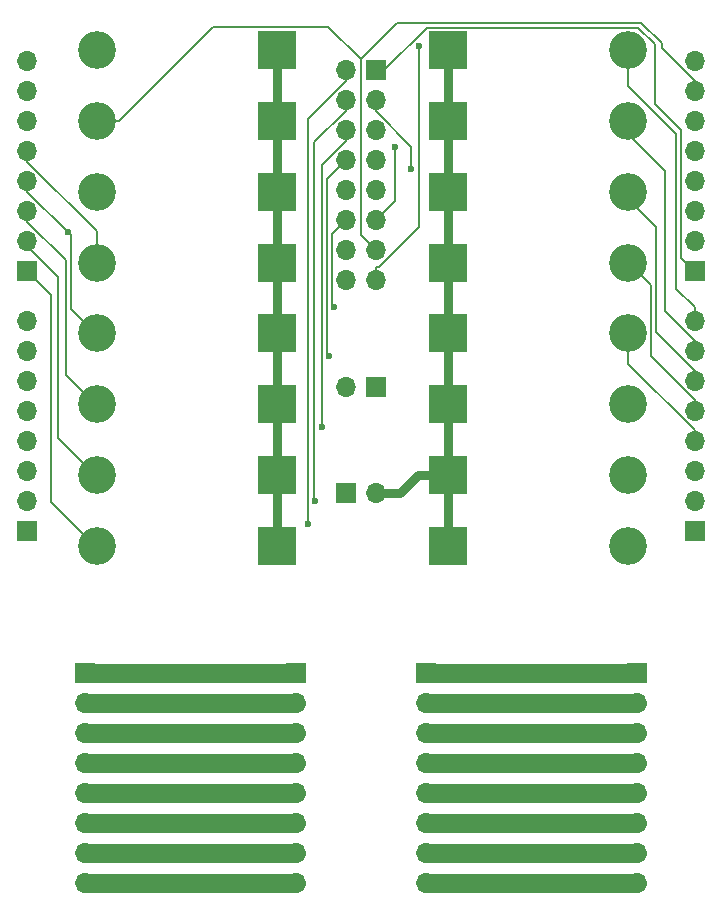
<source format=gbr>
%TF.GenerationSoftware,KiCad,Pcbnew,8.0.3*%
%TF.CreationDate,2024-07-07T19:42:46+08:00*%
%TF.ProjectId,V2.4 Mechanical Seven Segment Digit,56322e34-204d-4656-9368-616e6963616c,rev?*%
%TF.SameCoordinates,Original*%
%TF.FileFunction,Copper,L1,Top*%
%TF.FilePolarity,Positive*%
%FSLAX46Y46*%
G04 Gerber Fmt 4.6, Leading zero omitted, Abs format (unit mm)*
G04 Created by KiCad (PCBNEW 8.0.3) date 2024-07-07 19:42:46*
%MOMM*%
%LPD*%
G01*
G04 APERTURE LIST*
%TA.AperFunction,ComponentPad*%
%ADD10R,1.700000X1.700000*%
%TD*%
%TA.AperFunction,ComponentPad*%
%ADD11O,1.700000X1.700000*%
%TD*%
%TA.AperFunction,ComponentPad*%
%ADD12R,3.200000X3.200000*%
%TD*%
%TA.AperFunction,ComponentPad*%
%ADD13O,3.200000X3.200000*%
%TD*%
%TA.AperFunction,ViaPad*%
%ADD14C,0.600000*%
%TD*%
%TA.AperFunction,Conductor*%
%ADD15C,0.200000*%
%TD*%
%TA.AperFunction,Conductor*%
%ADD16C,0.800000*%
%TD*%
%TA.AperFunction,Conductor*%
%ADD17C,1.600000*%
%TD*%
G04 APERTURE END LIST*
D10*
%TO.P,J9,1,Pin_1*%
%TO.N,Net-(J11-Pin_1)*%
X147500000Y-122250000D03*
D11*
%TO.P,J9,2,Pin_2*%
%TO.N,Net-(J11-Pin_2)*%
X147500000Y-124790000D03*
%TO.P,J9,3,Pin_3*%
%TO.N,Net-(J11-Pin_3)*%
X147500000Y-127330000D03*
%TO.P,J9,4,Pin_4*%
%TO.N,Net-(J11-Pin_4)*%
X147500000Y-129870000D03*
%TO.P,J9,5,Pin_5*%
%TO.N,Net-(J11-Pin_5)*%
X147500000Y-132410000D03*
%TO.P,J9,6,Pin_6*%
%TO.N,Net-(J11-Pin_6)*%
X147500000Y-134950000D03*
%TO.P,J9,7,Pin_7*%
%TO.N,Net-(J11-Pin_7)*%
X147500000Y-137490000D03*
%TO.P,J9,8,Pin_8*%
%TO.N,Net-(J11-Pin_8)*%
X147500000Y-140030000D03*
%TD*%
D12*
%TO.P,D5,1,K*%
%TO.N,Com Anode*%
X134870000Y-99500000D03*
D13*
%TO.P,D5,2,A*%
%TO.N,Net-(D5-A)*%
X119630000Y-99500000D03*
%TD*%
D10*
%TO.P,J12,1,Pin_1*%
%TO.N,Net-(D1-A)*%
X143250000Y-71220000D03*
D11*
%TO.P,J12,2,Pin_2*%
%TO.N,Net-(D2-A)*%
X140710000Y-71220000D03*
%TO.P,J12,3,Pin_3*%
%TO.N,Net-(D3-A)*%
X143250000Y-73760000D03*
%TO.P,J12,4,Pin_4*%
%TO.N,Net-(D4-A)*%
X140710000Y-73760000D03*
%TO.P,J12,5,Pin_5*%
%TO.N,Net-(D5-A)*%
X143250000Y-76300000D03*
%TO.P,J12,6,Pin_6*%
%TO.N,Net-(D6-A)*%
X140710000Y-76300000D03*
%TO.P,J12,7,Pin_7*%
%TO.N,Net-(D7-A)*%
X143250000Y-78840000D03*
%TO.P,J12,8,Pin_8*%
%TO.N,Net-(D8-A)*%
X140710000Y-78840000D03*
%TO.P,J12,9,Pin_9*%
%TO.N,Net-(D9-A)*%
X143250000Y-81380000D03*
%TO.P,J12,10,Pin_10*%
%TO.N,Net-(D10-A)*%
X140710000Y-81380000D03*
%TO.P,J12,11,Pin_11*%
%TO.N,Net-(D11-A)*%
X143250000Y-83920000D03*
%TO.P,J12,12,Pin_12*%
%TO.N,Net-(D12-A)*%
X140710000Y-83920000D03*
%TO.P,J12,13,Pin_13*%
%TO.N,Net-(D13-A)*%
X143250000Y-86460000D03*
%TO.P,J12,14,Pin_14*%
%TO.N,Net-(D14-A)*%
X140710000Y-86460000D03*
%TO.P,J12,15,Pin_15*%
%TO.N,Net-(D15-A)*%
X143250000Y-89000000D03*
%TO.P,J12,16,Pin_16*%
%TO.N,Net-(D16-A)*%
X140710000Y-89000000D03*
%TD*%
D12*
%TO.P,D2,1,K*%
%TO.N,Com Anode*%
X149380000Y-111500000D03*
D13*
%TO.P,D2,2,A*%
%TO.N,Net-(D2-A)*%
X164620000Y-111500000D03*
%TD*%
D12*
%TO.P,D12,1,K*%
%TO.N,Com Anode*%
X149380000Y-81500000D03*
D13*
%TO.P,D12,2,A*%
%TO.N,Net-(D12-A)*%
X164620000Y-81500000D03*
%TD*%
D12*
%TO.P,D3,1,K*%
%TO.N,Com Anode*%
X134870000Y-105500000D03*
D13*
%TO.P,D3,2,A*%
%TO.N,Net-(D3-A)*%
X119630000Y-105500000D03*
%TD*%
D12*
%TO.P,D8,1,K*%
%TO.N,Com Anode*%
X149380000Y-93500000D03*
D13*
%TO.P,D8,2,A*%
%TO.N,Net-(D8-A)*%
X164620000Y-93500000D03*
%TD*%
D12*
%TO.P,D7,1,K*%
%TO.N,Com Anode*%
X134870000Y-93500000D03*
D13*
%TO.P,D7,2,A*%
%TO.N,Net-(D7-A)*%
X119630000Y-93500000D03*
%TD*%
D12*
%TO.P,D6,1,K*%
%TO.N,Com Anode*%
X149380000Y-99500000D03*
D13*
%TO.P,D6,2,A*%
%TO.N,Net-(D6-A)*%
X164620000Y-99500000D03*
%TD*%
D10*
%TO.P,J3,1,Pin_1*%
%TO.N,Com Anode*%
X143250000Y-98000000D03*
D11*
%TO.P,J3,2,Pin_2*%
X140710000Y-98000000D03*
%TD*%
D10*
%TO.P,J10,1,Pin_1*%
%TO.N,Net-(J10-Pin_1)*%
X136500000Y-122260000D03*
D11*
%TO.P,J10,2,Pin_2*%
%TO.N,Net-(J10-Pin_2)*%
X136500000Y-124800000D03*
%TO.P,J10,3,Pin_3*%
%TO.N,Net-(J10-Pin_3)*%
X136500000Y-127340000D03*
%TO.P,J10,4,Pin_4*%
%TO.N,Net-(J10-Pin_4)*%
X136500000Y-129880000D03*
%TO.P,J10,5,Pin_5*%
%TO.N,Net-(J10-Pin_5)*%
X136500000Y-132420000D03*
%TO.P,J10,6,Pin_6*%
%TO.N,Net-(J10-Pin_6)*%
X136500000Y-134960000D03*
%TO.P,J10,7,Pin_7*%
%TO.N,Net-(J10-Pin_7)*%
X136500000Y-137500000D03*
%TO.P,J10,8,Pin_8*%
%TO.N,Net-(J10-Pin_8)*%
X136500000Y-140040000D03*
%TD*%
D12*
%TO.P,D14,1,K*%
%TO.N,Com Anode*%
X149380000Y-75500000D03*
D13*
%TO.P,D14,2,A*%
%TO.N,Net-(D14-A)*%
X164620000Y-75500000D03*
%TD*%
D12*
%TO.P,D15,1,K*%
%TO.N,Com Anode*%
X134870000Y-69500000D03*
D13*
%TO.P,D15,2,A*%
%TO.N,Net-(D15-A)*%
X119630000Y-69500000D03*
%TD*%
D12*
%TO.P,D9,1,K*%
%TO.N,Com Anode*%
X134870000Y-87500000D03*
D13*
%TO.P,D9,2,A*%
%TO.N,Net-(D9-A)*%
X119630000Y-87500000D03*
%TD*%
D12*
%TO.P,D11,1,K*%
%TO.N,Com Anode*%
X134870000Y-81500000D03*
D13*
%TO.P,D11,2,A*%
%TO.N,Net-(D11-A)*%
X119630000Y-81500000D03*
%TD*%
D10*
%TO.P,J8,1,Pin_1*%
%TO.N,Net-(J10-Pin_1)*%
X118600000Y-122260000D03*
D11*
%TO.P,J8,2,Pin_2*%
%TO.N,Net-(J10-Pin_2)*%
X118600000Y-124800000D03*
%TO.P,J8,3,Pin_3*%
%TO.N,Net-(J10-Pin_3)*%
X118600000Y-127340000D03*
%TO.P,J8,4,Pin_4*%
%TO.N,Net-(J10-Pin_4)*%
X118600000Y-129880000D03*
%TO.P,J8,5,Pin_5*%
%TO.N,Net-(J10-Pin_5)*%
X118600000Y-132420000D03*
%TO.P,J8,6,Pin_6*%
%TO.N,Net-(J10-Pin_6)*%
X118600000Y-134960000D03*
%TO.P,J8,7,Pin_7*%
%TO.N,Net-(J10-Pin_7)*%
X118600000Y-137500000D03*
%TO.P,J8,8,Pin_8*%
%TO.N,Net-(J10-Pin_8)*%
X118600000Y-140040000D03*
%TD*%
D12*
%TO.P,D4,1,K*%
%TO.N,Com Anode*%
X149380000Y-105500000D03*
D13*
%TO.P,D4,2,A*%
%TO.N,Net-(D4-A)*%
X164620000Y-105500000D03*
%TD*%
D12*
%TO.P,D10,1,K*%
%TO.N,Com Anode*%
X149380000Y-87500000D03*
D13*
%TO.P,D10,2,A*%
%TO.N,Net-(D10-A)*%
X164620000Y-87500000D03*
%TD*%
D10*
%TO.P,J11,1,Pin_1*%
%TO.N,Net-(J11-Pin_1)*%
X165400000Y-122250000D03*
D11*
%TO.P,J11,2,Pin_2*%
%TO.N,Net-(J11-Pin_2)*%
X165400000Y-124790000D03*
%TO.P,J11,3,Pin_3*%
%TO.N,Net-(J11-Pin_3)*%
X165400000Y-127330000D03*
%TO.P,J11,4,Pin_4*%
%TO.N,Net-(J11-Pin_4)*%
X165400000Y-129870000D03*
%TO.P,J11,5,Pin_5*%
%TO.N,Net-(J11-Pin_5)*%
X165400000Y-132410000D03*
%TO.P,J11,6,Pin_6*%
%TO.N,Net-(J11-Pin_6)*%
X165400000Y-134950000D03*
%TO.P,J11,7,Pin_7*%
%TO.N,Net-(J11-Pin_7)*%
X165400000Y-137490000D03*
%TO.P,J11,8,Pin_8*%
%TO.N,Net-(J11-Pin_8)*%
X165400000Y-140030000D03*
%TD*%
D12*
%TO.P,D1,1,K*%
%TO.N,Com Anode*%
X134870000Y-111500000D03*
D13*
%TO.P,D1,2,A*%
%TO.N,Net-(D1-A)*%
X119630000Y-111500000D03*
%TD*%
D12*
%TO.P,D16,1,K*%
%TO.N,Com Anode*%
X149380000Y-69500000D03*
D13*
%TO.P,D16,2,A*%
%TO.N,Net-(D16-A)*%
X164620000Y-69500000D03*
%TD*%
D12*
%TO.P,D13,1,K*%
%TO.N,Com Anode*%
X134870000Y-75500000D03*
D13*
%TO.P,D13,2,A*%
%TO.N,Net-(D13-A)*%
X119630000Y-75500000D03*
%TD*%
D10*
%TO.P,J6,1,Pin_1*%
%TO.N,Net-(D1-A)*%
X170250000Y-88230000D03*
D11*
%TO.P,J6,2,Pin_2*%
%TO.N,Net-(D3-A)*%
X170250000Y-85690000D03*
%TO.P,J6,3,Pin_3*%
%TO.N,Net-(D5-A)*%
X170250000Y-83150000D03*
%TO.P,J6,4,Pin_4*%
%TO.N,Net-(D7-A)*%
X170250000Y-80610000D03*
%TO.P,J6,5,Pin_5*%
%TO.N,Net-(D9-A)*%
X170250000Y-78070000D03*
%TO.P,J6,6,Pin_6*%
%TO.N,Net-(D11-A)*%
X170250000Y-75530000D03*
%TO.P,J6,7,Pin_7*%
%TO.N,Net-(D13-A)*%
X170250000Y-72990000D03*
%TO.P,J6,8,Pin_8*%
%TO.N,Net-(D15-A)*%
X170250000Y-70450000D03*
%TD*%
D10*
%TO.P,J5,1,Pin_1*%
%TO.N,Com Anode*%
X140710000Y-107025000D03*
D11*
%TO.P,J5,2,Pin_2*%
X143250000Y-107025000D03*
%TD*%
D10*
%TO.P,J2,1,Pin_1*%
%TO.N,Net-(D2-A)*%
X113750000Y-110200000D03*
D11*
%TO.P,J2,2,Pin_2*%
%TO.N,Net-(D4-A)*%
X113750000Y-107660000D03*
%TO.P,J2,3,Pin_3*%
%TO.N,Net-(D6-A)*%
X113750000Y-105120000D03*
%TO.P,J2,4,Pin_4*%
%TO.N,Net-(D8-A)*%
X113750000Y-102580000D03*
%TO.P,J2,5,Pin_5*%
%TO.N,Net-(D10-A)*%
X113750000Y-100040000D03*
%TO.P,J2,6,Pin_6*%
%TO.N,Net-(D12-A)*%
X113750000Y-97500000D03*
%TO.P,J2,7,Pin_7*%
%TO.N,Net-(D14-A)*%
X113750000Y-94960000D03*
%TO.P,J2,8,Pin_8*%
%TO.N,Net-(D16-A)*%
X113750000Y-92420000D03*
%TD*%
D10*
%TO.P,J1,1,Pin_1*%
%TO.N,Net-(D1-A)*%
X113750000Y-88240000D03*
D11*
%TO.P,J1,2,Pin_2*%
%TO.N,Net-(D3-A)*%
X113750000Y-85700000D03*
%TO.P,J1,3,Pin_3*%
%TO.N,Net-(D5-A)*%
X113750000Y-83160000D03*
%TO.P,J1,4,Pin_4*%
%TO.N,Net-(D7-A)*%
X113750000Y-80620000D03*
%TO.P,J1,5,Pin_5*%
%TO.N,Net-(D9-A)*%
X113750000Y-78080000D03*
%TO.P,J1,6,Pin_6*%
%TO.N,Net-(D11-A)*%
X113750000Y-75540000D03*
%TO.P,J1,7,Pin_7*%
%TO.N,Net-(D13-A)*%
X113750000Y-73000000D03*
%TO.P,J1,8,Pin_8*%
%TO.N,Net-(D15-A)*%
X113750000Y-70460000D03*
%TD*%
D10*
%TO.P,J7,1,Pin_1*%
%TO.N,Net-(D2-A)*%
X170250000Y-110200000D03*
D11*
%TO.P,J7,2,Pin_2*%
%TO.N,Net-(D4-A)*%
X170250000Y-107660000D03*
%TO.P,J7,3,Pin_3*%
%TO.N,Net-(D6-A)*%
X170250000Y-105120000D03*
%TO.P,J7,4,Pin_4*%
%TO.N,Net-(D8-A)*%
X170250000Y-102580000D03*
%TO.P,J7,5,Pin_5*%
%TO.N,Net-(D10-A)*%
X170250000Y-100040000D03*
%TO.P,J7,6,Pin_6*%
%TO.N,Net-(D12-A)*%
X170250000Y-97500000D03*
%TO.P,J7,7,Pin_7*%
%TO.N,Net-(D14-A)*%
X170250000Y-94960000D03*
%TO.P,J7,8,Pin_8*%
%TO.N,Net-(D16-A)*%
X170250000Y-92420000D03*
%TD*%
D14*
%TO.N,Net-(D2-A)*%
X137486400Y-109598300D03*
%TO.N,Net-(D3-A)*%
X146277300Y-79562200D03*
%TO.N,Net-(D4-A)*%
X138145000Y-107660000D03*
%TO.N,Net-(D6-A)*%
X138666500Y-101400000D03*
%TO.N,Net-(D7-A)*%
X117166300Y-84900100D03*
%TO.N,Net-(D8-A)*%
X139286000Y-95413000D03*
%TO.N,Net-(D11-A)*%
X144906700Y-77750900D03*
%TO.N,Net-(D12-A)*%
X139750000Y-91250000D03*
%TO.N,Net-(D15-A)*%
X146889500Y-69164200D03*
%TD*%
D15*
%TO.N,Net-(D1-A)*%
X166890700Y-74099000D02*
X169098300Y-76306600D01*
X169098300Y-76306600D02*
X169098300Y-87078300D01*
X166890700Y-69029500D02*
X166890700Y-74099000D01*
X113750000Y-88240000D02*
X113750000Y-88250000D01*
X119500000Y-111500000D02*
X119630000Y-111500000D01*
X165459500Y-67598300D02*
X166890700Y-69029500D01*
X147591500Y-67598300D02*
X165459500Y-67598300D01*
X143250000Y-71220000D02*
X143969800Y-71220000D01*
X169098300Y-87078300D02*
X170250000Y-88230000D01*
X115750000Y-107750000D02*
X119500000Y-111500000D01*
X115750000Y-90250000D02*
X115750000Y-107750000D01*
X143969800Y-71220000D02*
X147591500Y-67598300D01*
X113750000Y-88250000D02*
X115750000Y-90250000D01*
D16*
%TO.N,Com Anode*%
X149380000Y-75500000D02*
X149380000Y-81500000D01*
X134870000Y-87500000D02*
X134870000Y-93500000D01*
X134870000Y-105500000D02*
X134870000Y-99500000D01*
X149380000Y-69500000D02*
X149380000Y-75500000D01*
X134870000Y-81500000D02*
X134870000Y-87500000D01*
X134870000Y-75500000D02*
X134870000Y-69500000D01*
X149380000Y-105500000D02*
X149380000Y-111500000D01*
X134870000Y-111500000D02*
X134870000Y-105500000D01*
X149380000Y-93500000D02*
X149380000Y-87500000D01*
X134870000Y-93500000D02*
X134870000Y-99500000D01*
X143250000Y-107025000D02*
X145275000Y-107025000D01*
X149380000Y-99500000D02*
X149380000Y-93500000D01*
X134870000Y-81500000D02*
X134870000Y-75500000D01*
X149380000Y-99500000D02*
X149380000Y-105500000D01*
X149380000Y-87500000D02*
X149380000Y-81500000D01*
X146800000Y-105500000D02*
X149380000Y-105500000D01*
X145275000Y-107025000D02*
X146800000Y-105500000D01*
D15*
%TO.N,Net-(D2-A)*%
X137486400Y-75326800D02*
X137486400Y-109598300D01*
X140710000Y-72103200D02*
X137486400Y-75326800D01*
X140710000Y-71220000D02*
X140710000Y-72103200D01*
%TO.N,Net-(D3-A)*%
X143250000Y-74643200D02*
X146277300Y-77670500D01*
X116374300Y-88684200D02*
X116374300Y-102374300D01*
X143250000Y-73760000D02*
X143250000Y-74643200D01*
X116374300Y-102374300D02*
X119500000Y-105500000D01*
X119500000Y-105500000D02*
X119630000Y-105500000D01*
X113750000Y-86059900D02*
X116374300Y-88684200D01*
X113750000Y-85700000D02*
X113750000Y-86059900D01*
X146277300Y-77670500D02*
X146277300Y-79562200D01*
%TO.N,Net-(D4-A)*%
X140710000Y-73760000D02*
X140710000Y-74643200D01*
X140710000Y-74643200D02*
X138052800Y-77300400D01*
X138052800Y-107567800D02*
X138145000Y-107660000D01*
X138052800Y-77300400D02*
X138052800Y-107567800D01*
%TO.N,Net-(D5-A)*%
X113750000Y-83160000D02*
X113750000Y-84023800D01*
X117028700Y-97028700D02*
X119500000Y-99500000D01*
X117028700Y-87302500D02*
X117028700Y-97028700D01*
X113750000Y-84023800D02*
X117028700Y-87302500D01*
X119500000Y-99500000D02*
X119630000Y-99500000D01*
%TO.N,Net-(D6-A)*%
X140710000Y-77183200D02*
X138666500Y-79226700D01*
X138666500Y-79226700D02*
X138666500Y-101400000D01*
X140710000Y-76300000D02*
X140710000Y-77183200D01*
%TO.N,Net-(D7-A)*%
X117437800Y-85171600D02*
X117437800Y-91437800D01*
X113750000Y-80620000D02*
X113750000Y-81483800D01*
X113750000Y-81483800D02*
X117166300Y-84900100D01*
X117437800Y-91437800D02*
X119500000Y-93500000D01*
X117166300Y-84900100D02*
X117437800Y-85171600D01*
X119500000Y-93500000D02*
X119630000Y-93500000D01*
%TO.N,Net-(D8-A)*%
X139119800Y-95246800D02*
X139286000Y-95413000D01*
X139119800Y-80430200D02*
X139119800Y-95246800D01*
X164620000Y-93500000D02*
X164620000Y-96066800D01*
X140710000Y-78840000D02*
X139119800Y-80430200D01*
X170250000Y-101696800D02*
X170250000Y-102580000D01*
X164620000Y-96066800D02*
X170250000Y-101696800D01*
%TO.N,Net-(D9-A)*%
X113750000Y-78985600D02*
X119630000Y-84865600D01*
X119630000Y-84865600D02*
X119630000Y-87500000D01*
X113750000Y-78080000D02*
X113750000Y-78985600D01*
%TO.N,Net-(D10-A)*%
X164620000Y-87500000D02*
X166521700Y-89401700D01*
X166521700Y-95428500D02*
X170250000Y-99156800D01*
X170250000Y-99156800D02*
X170250000Y-100040000D01*
X166521700Y-89401700D02*
X166521700Y-95428500D01*
%TO.N,Net-(D11-A)*%
X143250000Y-83920000D02*
X144906700Y-82263300D01*
X144906700Y-82263300D02*
X144906700Y-77750900D01*
%TO.N,Net-(D12-A)*%
X170250000Y-96636200D02*
X167017300Y-93403500D01*
X167017300Y-93403500D02*
X167017300Y-84517300D01*
X164620000Y-82120000D02*
X164620000Y-81500000D01*
X167017300Y-84517300D02*
X164620000Y-82120000D01*
X139750000Y-91250000D02*
X139536100Y-91036100D01*
X139536100Y-91036100D02*
X139536100Y-85093900D01*
X139536100Y-85093900D02*
X140710000Y-83920000D01*
X170250000Y-97500000D02*
X170250000Y-96636200D01*
%TO.N,Net-(D13-A)*%
X170250000Y-72106000D02*
X167458800Y-69314800D01*
X170250000Y-72990000D02*
X170250000Y-72106000D01*
X121531700Y-75500000D02*
X129458100Y-67573600D01*
X129458100Y-67573600D02*
X139252900Y-67573600D01*
X165714600Y-67195100D02*
X145085600Y-67195100D01*
X167458800Y-69314800D02*
X167458800Y-68939300D01*
X141980000Y-85190000D02*
X143250000Y-86460000D01*
X167458800Y-68939300D02*
X165714600Y-67195100D01*
X139252900Y-67573600D02*
X141980000Y-70300700D01*
X119630000Y-75500000D02*
X121531700Y-75500000D01*
X141980000Y-70300700D02*
X141980000Y-85190000D01*
X145085600Y-67195100D02*
X141980000Y-70300700D01*
%TO.N,Net-(D14-A)*%
X167750700Y-79750700D02*
X164620000Y-76620000D01*
X170250000Y-94960000D02*
X170250000Y-94096200D01*
X164620000Y-76620000D02*
X164620000Y-75500000D01*
X170250000Y-94096200D02*
X167750700Y-91596900D01*
X167750700Y-91596900D02*
X167750700Y-79750700D01*
%TO.N,Net-(D15-A)*%
X146889500Y-84477300D02*
X146889500Y-69164200D01*
X143250000Y-89000000D02*
X143250000Y-87848300D01*
X143250000Y-87848300D02*
X143518500Y-87848300D01*
X143518500Y-87848300D02*
X146889500Y-84477300D01*
%TO.N,Net-(D16-A)*%
X164620000Y-72537700D02*
X168696500Y-76614200D01*
X164620000Y-69500000D02*
X164620000Y-71401700D01*
X170250000Y-92420000D02*
X170250000Y-91268300D01*
X168696500Y-89714800D02*
X170250000Y-91268300D01*
X168696500Y-76614200D02*
X168696500Y-89714800D01*
X164620000Y-71401700D02*
X164620000Y-72537700D01*
D17*
%TO.N,Net-(J10-Pin_6)*%
X118600000Y-134960000D02*
X136500000Y-134960000D01*
%TO.N,Net-(J10-Pin_2)*%
X136500000Y-124800000D02*
X118600000Y-124800000D01*
%TO.N,Net-(J10-Pin_5)*%
X118600000Y-132420000D02*
X136500000Y-132420000D01*
%TO.N,Net-(J10-Pin_7)*%
X136500000Y-137500000D02*
X118600000Y-137500000D01*
%TO.N,Net-(J10-Pin_8)*%
X118600000Y-140040000D02*
X136500000Y-140040000D01*
%TO.N,Net-(J10-Pin_1)*%
X118600000Y-122260000D02*
X136500000Y-122260000D01*
%TO.N,Net-(J10-Pin_4)*%
X136500000Y-129880000D02*
X118600000Y-129880000D01*
%TO.N,Net-(J10-Pin_3)*%
X118600000Y-127340000D02*
X136500000Y-127340000D01*
%TO.N,Net-(J11-Pin_6)*%
X165400000Y-134950000D02*
X147500000Y-134950000D01*
%TO.N,Net-(J11-Pin_2)*%
X165400000Y-124790000D02*
X147500000Y-124790000D01*
%TO.N,Net-(J11-Pin_5)*%
X147500000Y-132410000D02*
X165400000Y-132410000D01*
%TO.N,Net-(J11-Pin_7)*%
X165400000Y-137490000D02*
X147500000Y-137490000D01*
%TO.N,Net-(J11-Pin_8)*%
X147500000Y-140030000D02*
X165400000Y-140030000D01*
%TO.N,Net-(J11-Pin_1)*%
X165400000Y-122250000D02*
X147500000Y-122250000D01*
%TO.N,Net-(J11-Pin_4)*%
X165400000Y-129870000D02*
X147500000Y-129870000D01*
%TO.N,Net-(J11-Pin_3)*%
X147500000Y-127330000D02*
X165400000Y-127330000D01*
%TD*%
M02*

</source>
